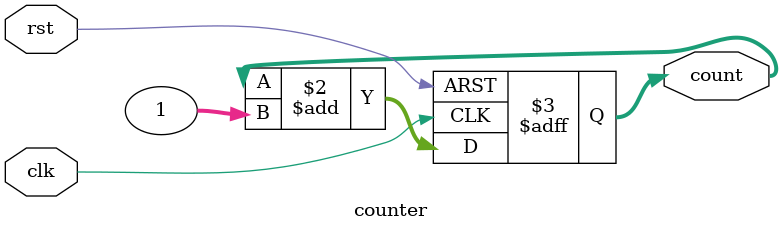
<source format=sv>

module counter #(parameter width = 32)
(
	input logic clk,
	input logic rst,
	output logic [width-1:0] count
);
	always_ff @(posedge clk or posedge rst) begin
		if(rst) begin
			count <= '0;
		end else begin
			count <= count + 'd1;
		end
	end
endmodule

</source>
